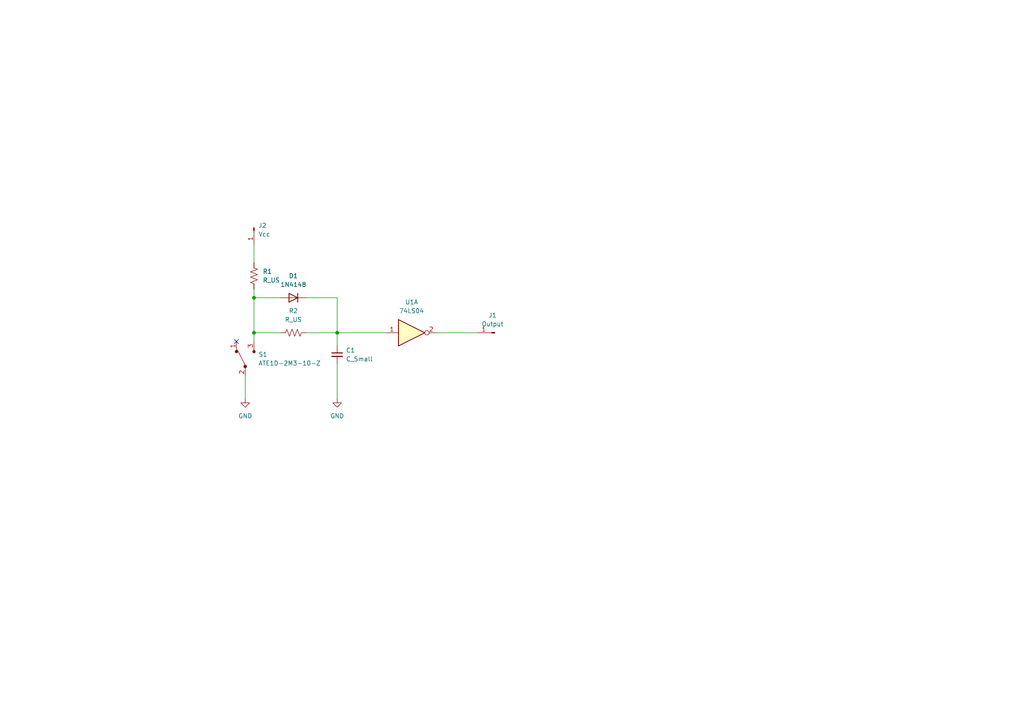
<source format=kicad_sch>
(kicad_sch (version 20230121) (generator eeschema)

  (uuid 32eeb97f-1843-4513-ad1a-d8b3bb53909d)

  (paper "A4")

  (lib_symbols
    (symbol "74xx:74LS04" (in_bom yes) (on_board yes)
      (property "Reference" "U" (at 0 1.27 0)
        (effects (font (size 1.27 1.27)))
      )
      (property "Value" "74LS04" (at 0 -1.27 0)
        (effects (font (size 1.27 1.27)))
      )
      (property "Footprint" "" (at 0 0 0)
        (effects (font (size 1.27 1.27)) hide)
      )
      (property "Datasheet" "http://www.ti.com/lit/gpn/sn74LS04" (at 0 0 0)
        (effects (font (size 1.27 1.27)) hide)
      )
      (property "ki_locked" "" (at 0 0 0)
        (effects (font (size 1.27 1.27)))
      )
      (property "ki_keywords" "TTL not inv" (at 0 0 0)
        (effects (font (size 1.27 1.27)) hide)
      )
      (property "ki_description" "Hex Inverter" (at 0 0 0)
        (effects (font (size 1.27 1.27)) hide)
      )
      (property "ki_fp_filters" "DIP*W7.62mm* SSOP?14* TSSOP?14*" (at 0 0 0)
        (effects (font (size 1.27 1.27)) hide)
      )
      (symbol "74LS04_1_0"
        (polyline
          (pts
            (xy -3.81 3.81)
            (xy -3.81 -3.81)
            (xy 3.81 0)
            (xy -3.81 3.81)
          )
          (stroke (width 0.254) (type default))
          (fill (type background))
        )
        (pin input line (at -7.62 0 0) (length 3.81)
          (name "~" (effects (font (size 1.27 1.27))))
          (number "1" (effects (font (size 1.27 1.27))))
        )
        (pin output inverted (at 7.62 0 180) (length 3.81)
          (name "~" (effects (font (size 1.27 1.27))))
          (number "2" (effects (font (size 1.27 1.27))))
        )
      )
      (symbol "74LS04_2_0"
        (polyline
          (pts
            (xy -3.81 3.81)
            (xy -3.81 -3.81)
            (xy 3.81 0)
            (xy -3.81 3.81)
          )
          (stroke (width 0.254) (type default))
          (fill (type background))
        )
        (pin input line (at -7.62 0 0) (length 3.81)
          (name "~" (effects (font (size 1.27 1.27))))
          (number "3" (effects (font (size 1.27 1.27))))
        )
        (pin output inverted (at 7.62 0 180) (length 3.81)
          (name "~" (effects (font (size 1.27 1.27))))
          (number "4" (effects (font (size 1.27 1.27))))
        )
      )
      (symbol "74LS04_3_0"
        (polyline
          (pts
            (xy -3.81 3.81)
            (xy -3.81 -3.81)
            (xy 3.81 0)
            (xy -3.81 3.81)
          )
          (stroke (width 0.254) (type default))
          (fill (type background))
        )
        (pin input line (at -7.62 0 0) (length 3.81)
          (name "~" (effects (font (size 1.27 1.27))))
          (number "5" (effects (font (size 1.27 1.27))))
        )
        (pin output inverted (at 7.62 0 180) (length 3.81)
          (name "~" (effects (font (size 1.27 1.27))))
          (number "6" (effects (font (size 1.27 1.27))))
        )
      )
      (symbol "74LS04_4_0"
        (polyline
          (pts
            (xy -3.81 3.81)
            (xy -3.81 -3.81)
            (xy 3.81 0)
            (xy -3.81 3.81)
          )
          (stroke (width 0.254) (type default))
          (fill (type background))
        )
        (pin output inverted (at 7.62 0 180) (length 3.81)
          (name "~" (effects (font (size 1.27 1.27))))
          (number "8" (effects (font (size 1.27 1.27))))
        )
        (pin input line (at -7.62 0 0) (length 3.81)
          (name "~" (effects (font (size 1.27 1.27))))
          (number "9" (effects (font (size 1.27 1.27))))
        )
      )
      (symbol "74LS04_5_0"
        (polyline
          (pts
            (xy -3.81 3.81)
            (xy -3.81 -3.81)
            (xy 3.81 0)
            (xy -3.81 3.81)
          )
          (stroke (width 0.254) (type default))
          (fill (type background))
        )
        (pin output inverted (at 7.62 0 180) (length 3.81)
          (name "~" (effects (font (size 1.27 1.27))))
          (number "10" (effects (font (size 1.27 1.27))))
        )
        (pin input line (at -7.62 0 0) (length 3.81)
          (name "~" (effects (font (size 1.27 1.27))))
          (number "11" (effects (font (size 1.27 1.27))))
        )
      )
      (symbol "74LS04_6_0"
        (polyline
          (pts
            (xy -3.81 3.81)
            (xy -3.81 -3.81)
            (xy 3.81 0)
            (xy -3.81 3.81)
          )
          (stroke (width 0.254) (type default))
          (fill (type background))
        )
        (pin output inverted (at 7.62 0 180) (length 3.81)
          (name "~" (effects (font (size 1.27 1.27))))
          (number "12" (effects (font (size 1.27 1.27))))
        )
        (pin input line (at -7.62 0 0) (length 3.81)
          (name "~" (effects (font (size 1.27 1.27))))
          (number "13" (effects (font (size 1.27 1.27))))
        )
      )
      (symbol "74LS04_7_0"
        (pin power_in line (at 0 12.7 270) (length 5.08)
          (name "VCC" (effects (font (size 1.27 1.27))))
          (number "14" (effects (font (size 1.27 1.27))))
        )
        (pin power_in line (at 0 -12.7 90) (length 5.08)
          (name "GND" (effects (font (size 1.27 1.27))))
          (number "7" (effects (font (size 1.27 1.27))))
        )
      )
      (symbol "74LS04_7_1"
        (rectangle (start -5.08 7.62) (end 5.08 -7.62)
          (stroke (width 0.254) (type default))
          (fill (type background))
        )
      )
    )
    (symbol "Connector:Conn_01x01_Pin" (pin_names (offset 1.016) hide) (in_bom yes) (on_board yes)
      (property "Reference" "J" (at 0 2.54 0)
        (effects (font (size 1.27 1.27)))
      )
      (property "Value" "Conn_01x01_Pin" (at 0 -2.54 0)
        (effects (font (size 1.27 1.27)))
      )
      (property "Footprint" "" (at 0 0 0)
        (effects (font (size 1.27 1.27)) hide)
      )
      (property "Datasheet" "~" (at 0 0 0)
        (effects (font (size 1.27 1.27)) hide)
      )
      (property "ki_locked" "" (at 0 0 0)
        (effects (font (size 1.27 1.27)))
      )
      (property "ki_keywords" "connector" (at 0 0 0)
        (effects (font (size 1.27 1.27)) hide)
      )
      (property "ki_description" "Generic connector, single row, 01x01, script generated" (at 0 0 0)
        (effects (font (size 1.27 1.27)) hide)
      )
      (property "ki_fp_filters" "Connector*:*_1x??_*" (at 0 0 0)
        (effects (font (size 1.27 1.27)) hide)
      )
      (symbol "Conn_01x01_Pin_1_1"
        (polyline
          (pts
            (xy 1.27 0)
            (xy 0.8636 0)
          )
          (stroke (width 0.1524) (type default))
          (fill (type none))
        )
        (rectangle (start 0.8636 0.127) (end 0 -0.127)
          (stroke (width 0.1524) (type default))
          (fill (type outline))
        )
        (pin passive line (at 5.08 0 180) (length 3.81)
          (name "Pin_1" (effects (font (size 1.27 1.27))))
          (number "1" (effects (font (size 1.27 1.27))))
        )
      )
    )
    (symbol "Device:C_Small" (pin_numbers hide) (pin_names (offset 0.254) hide) (in_bom yes) (on_board yes)
      (property "Reference" "C" (at 0.254 1.778 0)
        (effects (font (size 1.27 1.27)) (justify left))
      )
      (property "Value" "C_Small" (at 0.254 -2.032 0)
        (effects (font (size 1.27 1.27)) (justify left))
      )
      (property "Footprint" "" (at 0 0 0)
        (effects (font (size 1.27 1.27)) hide)
      )
      (property "Datasheet" "~" (at 0 0 0)
        (effects (font (size 1.27 1.27)) hide)
      )
      (property "ki_keywords" "capacitor cap" (at 0 0 0)
        (effects (font (size 1.27 1.27)) hide)
      )
      (property "ki_description" "Unpolarized capacitor, small symbol" (at 0 0 0)
        (effects (font (size 1.27 1.27)) hide)
      )
      (property "ki_fp_filters" "C_*" (at 0 0 0)
        (effects (font (size 1.27 1.27)) hide)
      )
      (symbol "C_Small_0_1"
        (polyline
          (pts
            (xy -1.524 -0.508)
            (xy 1.524 -0.508)
          )
          (stroke (width 0.3302) (type default))
          (fill (type none))
        )
        (polyline
          (pts
            (xy -1.524 0.508)
            (xy 1.524 0.508)
          )
          (stroke (width 0.3048) (type default))
          (fill (type none))
        )
      )
      (symbol "C_Small_1_1"
        (pin passive line (at 0 2.54 270) (length 2.032)
          (name "~" (effects (font (size 1.27 1.27))))
          (number "1" (effects (font (size 1.27 1.27))))
        )
        (pin passive line (at 0 -2.54 90) (length 2.032)
          (name "~" (effects (font (size 1.27 1.27))))
          (number "2" (effects (font (size 1.27 1.27))))
        )
      )
    )
    (symbol "Device:R_US" (pin_numbers hide) (pin_names (offset 0)) (in_bom yes) (on_board yes)
      (property "Reference" "R" (at 2.54 0 90)
        (effects (font (size 1.27 1.27)))
      )
      (property "Value" "R_US" (at -2.54 0 90)
        (effects (font (size 1.27 1.27)))
      )
      (property "Footprint" "" (at 1.016 -0.254 90)
        (effects (font (size 1.27 1.27)) hide)
      )
      (property "Datasheet" "~" (at 0 0 0)
        (effects (font (size 1.27 1.27)) hide)
      )
      (property "ki_keywords" "R res resistor" (at 0 0 0)
        (effects (font (size 1.27 1.27)) hide)
      )
      (property "ki_description" "Resistor, US symbol" (at 0 0 0)
        (effects (font (size 1.27 1.27)) hide)
      )
      (property "ki_fp_filters" "R_*" (at 0 0 0)
        (effects (font (size 1.27 1.27)) hide)
      )
      (symbol "R_US_0_1"
        (polyline
          (pts
            (xy 0 -2.286)
            (xy 0 -2.54)
          )
          (stroke (width 0) (type default))
          (fill (type none))
        )
        (polyline
          (pts
            (xy 0 2.286)
            (xy 0 2.54)
          )
          (stroke (width 0) (type default))
          (fill (type none))
        )
        (polyline
          (pts
            (xy 0 -0.762)
            (xy 1.016 -1.143)
            (xy 0 -1.524)
            (xy -1.016 -1.905)
            (xy 0 -2.286)
          )
          (stroke (width 0) (type default))
          (fill (type none))
        )
        (polyline
          (pts
            (xy 0 0.762)
            (xy 1.016 0.381)
            (xy 0 0)
            (xy -1.016 -0.381)
            (xy 0 -0.762)
          )
          (stroke (width 0) (type default))
          (fill (type none))
        )
        (polyline
          (pts
            (xy 0 2.286)
            (xy 1.016 1.905)
            (xy 0 1.524)
            (xy -1.016 1.143)
            (xy 0 0.762)
          )
          (stroke (width 0) (type default))
          (fill (type none))
        )
      )
      (symbol "R_US_1_1"
        (pin passive line (at 0 3.81 270) (length 1.27)
          (name "~" (effects (font (size 1.27 1.27))))
          (number "1" (effects (font (size 1.27 1.27))))
        )
        (pin passive line (at 0 -3.81 90) (length 1.27)
          (name "~" (effects (font (size 1.27 1.27))))
          (number "2" (effects (font (size 1.27 1.27))))
        )
      )
    )
    (symbol "Diode:1N4148" (pin_numbers hide) (pin_names hide) (in_bom yes) (on_board yes)
      (property "Reference" "D" (at 0 2.54 0)
        (effects (font (size 1.27 1.27)))
      )
      (property "Value" "1N4148" (at 0 -2.54 0)
        (effects (font (size 1.27 1.27)))
      )
      (property "Footprint" "Diode_THT:D_DO-35_SOD27_P7.62mm_Horizontal" (at 0 0 0)
        (effects (font (size 1.27 1.27)) hide)
      )
      (property "Datasheet" "https://assets.nexperia.com/documents/data-sheet/1N4148_1N4448.pdf" (at 0 0 0)
        (effects (font (size 1.27 1.27)) hide)
      )
      (property "Sim.Device" "D" (at 0 0 0)
        (effects (font (size 1.27 1.27)) hide)
      )
      (property "Sim.Pins" "1=K 2=A" (at 0 0 0)
        (effects (font (size 1.27 1.27)) hide)
      )
      (property "ki_keywords" "diode" (at 0 0 0)
        (effects (font (size 1.27 1.27)) hide)
      )
      (property "ki_description" "100V 0.15A standard switching diode, DO-35" (at 0 0 0)
        (effects (font (size 1.27 1.27)) hide)
      )
      (property "ki_fp_filters" "D*DO?35*" (at 0 0 0)
        (effects (font (size 1.27 1.27)) hide)
      )
      (symbol "1N4148_0_1"
        (polyline
          (pts
            (xy -1.27 1.27)
            (xy -1.27 -1.27)
          )
          (stroke (width 0.254) (type default))
          (fill (type none))
        )
        (polyline
          (pts
            (xy 1.27 0)
            (xy -1.27 0)
          )
          (stroke (width 0) (type default))
          (fill (type none))
        )
        (polyline
          (pts
            (xy 1.27 1.27)
            (xy 1.27 -1.27)
            (xy -1.27 0)
            (xy 1.27 1.27)
          )
          (stroke (width 0.254) (type default))
          (fill (type none))
        )
      )
      (symbol "1N4148_1_1"
        (pin passive line (at -3.81 0 0) (length 2.54)
          (name "K" (effects (font (size 1.27 1.27))))
          (number "1" (effects (font (size 1.27 1.27))))
        )
        (pin passive line (at 3.81 0 180) (length 2.54)
          (name "A" (effects (font (size 1.27 1.27))))
          (number "2" (effects (font (size 1.27 1.27))))
        )
      )
    )
    (symbol "dk_Toggle-Switches:ATE1D-2M3-10-Z" (pin_names (offset 0) hide) (in_bom yes) (on_board yes)
      (property "Reference" "S" (at -3.302 2.921 0)
        (effects (font (size 1.27 1.27)))
      )
      (property "Value" "ATE1D-2M3-10-Z" (at 0.127 -5.334 0)
        (effects (font (size 1.27 1.27)))
      )
      (property "Footprint" "digikey-footprints:Switch_Toggle_ATE1D-2M3-10-Z" (at 5.08 5.08 0)
        (effects (font (size 1.27 1.27)) (justify left) hide)
      )
      (property "Datasheet" "https://www.nidec-copal-electronics.com/e/catalog/switch/ate.pdf" (at 5.08 7.62 0)
        (effects (font (size 1.524 1.524)) (justify left) hide)
      )
      (property "Digi-Key_PN" "563-1157-ND" (at 5.08 10.16 0)
        (effects (font (size 1.524 1.524)) (justify left) hide)
      )
      (property "MPN" "ATE1D-2M3-10-Z" (at 5.08 12.7 0)
        (effects (font (size 1.524 1.524)) (justify left) hide)
      )
      (property "Category" "Switches" (at 5.08 15.24 0)
        (effects (font (size 1.524 1.524)) (justify left) hide)
      )
      (property "Family" "Toggle Switches" (at 5.08 17.78 0)
        (effects (font (size 1.524 1.524)) (justify left) hide)
      )
      (property "DK_Datasheet_Link" "https://www.nidec-copal-electronics.com/e/catalog/switch/ate.pdf" (at 5.08 20.32 0)
        (effects (font (size 1.524 1.524)) (justify left) hide)
      )
      (property "DK_Detail_Page" "/product-detail/en/nidec-copal-electronics/ATE1D-2M3-10-Z/563-1157-ND/1792018" (at 5.08 22.86 0)
        (effects (font (size 1.524 1.524)) (justify left) hide)
      )
      (property "Description" "SWITCH TOGGLE SPDT 50MA 48V" (at 5.08 25.4 0)
        (effects (font (size 1.524 1.524)) (justify left) hide)
      )
      (property "Manufacturer" "Nidec Copal Electronics" (at 5.08 27.94 0)
        (effects (font (size 1.524 1.524)) (justify left) hide)
      )
      (property "Status" "Active" (at 5.08 30.48 0)
        (effects (font (size 1.524 1.524)) (justify left) hide)
      )
      (property "ki_keywords" "563-1157-ND ATE" (at 0 0 0)
        (effects (font (size 1.27 1.27)) hide)
      )
      (property "ki_description" "SWITCH TOGGLE SPDT 50MA 48V" (at 0 0 0)
        (effects (font (size 1.27 1.27)) hide)
      )
      (symbol "ATE1D-2M3-10-Z_0_1"
        (circle (center -2.159 0) (radius 0.4064)
          (stroke (width 0) (type solid))
          (fill (type outline))
        )
        (polyline
          (pts
            (xy 2.667 2.286)
            (xy -1.778 0)
          )
          (stroke (width 0) (type solid))
          (fill (type none))
        )
        (circle (center 2.159 -2.54) (radius 0.381)
          (stroke (width 0) (type solid))
          (fill (type outline))
        )
        (circle (center 2.159 2.54) (radius 0.381)
          (stroke (width 0) (type solid))
          (fill (type outline))
        )
      )
      (symbol "ATE1D-2M3-10-Z_1_1"
        (pin passive line (at 5.08 2.54 180) (length 2.54)
          (name "~" (effects (font (size 1.27 1.27))))
          (number "1" (effects (font (size 1.27 1.27))))
        )
        (pin passive line (at -5.08 0 0) (length 2.54)
          (name "Com" (effects (font (size 1.27 1.27))))
          (number "2" (effects (font (size 1.27 1.27))))
        )
        (pin passive line (at 5.08 -2.54 180) (length 2.54)
          (name "~" (effects (font (size 1.27 1.27))))
          (number "3" (effects (font (size 1.27 1.27))))
        )
      )
    )
    (symbol "power:GND" (power) (pin_names (offset 0)) (in_bom yes) (on_board yes)
      (property "Reference" "#PWR" (at 0 -6.35 0)
        (effects (font (size 1.27 1.27)) hide)
      )
      (property "Value" "GND" (at 0 -3.81 0)
        (effects (font (size 1.27 1.27)))
      )
      (property "Footprint" "" (at 0 0 0)
        (effects (font (size 1.27 1.27)) hide)
      )
      (property "Datasheet" "" (at 0 0 0)
        (effects (font (size 1.27 1.27)) hide)
      )
      (property "ki_keywords" "global power" (at 0 0 0)
        (effects (font (size 1.27 1.27)) hide)
      )
      (property "ki_description" "Power symbol creates a global label with name \"GND\" , ground" (at 0 0 0)
        (effects (font (size 1.27 1.27)) hide)
      )
      (symbol "GND_0_1"
        (polyline
          (pts
            (xy 0 0)
            (xy 0 -1.27)
            (xy 1.27 -1.27)
            (xy 0 -2.54)
            (xy -1.27 -1.27)
            (xy 0 -1.27)
          )
          (stroke (width 0) (type default))
          (fill (type none))
        )
      )
      (symbol "GND_1_1"
        (pin power_in line (at 0 0 270) (length 0) hide
          (name "GND" (effects (font (size 1.27 1.27))))
          (number "1" (effects (font (size 1.27 1.27))))
        )
      )
    )
  )

  (junction (at 73.66 96.52) (diameter 0) (color 0 0 0 0)
    (uuid 0c74e71a-6f3e-4bcb-bf7c-b1fc56cf1026)
  )
  (junction (at 73.66 86.36) (diameter 0) (color 0 0 0 0)
    (uuid 183d7e94-8e89-4103-98b5-6508b2a55dd5)
  )
  (junction (at 97.79 96.52) (diameter 0) (color 0 0 0 0)
    (uuid 79703bd2-3ea6-49c7-b9af-5f4f692fd263)
  )

  (no_connect (at 68.58 99.06) (uuid ae8aaeb0-c86a-4f9c-a1be-4f4b07764799))

  (wire (pts (xy 73.66 86.36) (xy 81.28 86.36))
    (stroke (width 0) (type default))
    (uuid 0607949c-f6d8-403f-8b94-e47302685f5a)
  )
  (wire (pts (xy 97.79 96.52) (xy 111.76 96.52))
    (stroke (width 0) (type default))
    (uuid 1901dc4c-3d53-4c81-bfc3-34d2423b7639)
  )
  (wire (pts (xy 71.12 109.22) (xy 71.12 115.57))
    (stroke (width 0) (type default))
    (uuid 1d6e1828-e93a-41ea-9fad-ff1eafd16ab0)
  )
  (wire (pts (xy 97.79 96.52) (xy 97.79 100.33))
    (stroke (width 0) (type default))
    (uuid 2ea67700-894a-43cc-9cf2-9958afd7bef9)
  )
  (wire (pts (xy 73.66 83.82) (xy 73.66 86.36))
    (stroke (width 0) (type default))
    (uuid 56d701dd-e00f-4df4-98f0-891e0660278f)
  )
  (wire (pts (xy 73.66 96.52) (xy 81.28 96.52))
    (stroke (width 0) (type default))
    (uuid 81f912c9-b01d-408d-b5e9-5dfdf453063e)
  )
  (wire (pts (xy 97.79 105.41) (xy 97.79 115.57))
    (stroke (width 0) (type default))
    (uuid 82048305-6e35-4f28-8b69-6da939172e65)
  )
  (wire (pts (xy 73.66 96.52) (xy 73.66 99.06))
    (stroke (width 0) (type default))
    (uuid 8700c7bf-9812-404a-859e-593ab6e26721)
  )
  (wire (pts (xy 88.9 86.36) (xy 97.79 86.36))
    (stroke (width 0) (type default))
    (uuid b1974134-5577-4ef7-ba4d-4781ae08e1f5)
  )
  (wire (pts (xy 73.66 71.12) (xy 73.66 76.2))
    (stroke (width 0) (type default))
    (uuid c84b77f1-7484-4e93-b9e4-eec2bfcc681c)
  )
  (wire (pts (xy 88.9 96.52) (xy 97.79 96.52))
    (stroke (width 0) (type default))
    (uuid ceaa1f9a-5299-420c-b1c2-63f0d6f65437)
  )
  (wire (pts (xy 97.79 86.36) (xy 97.79 96.52))
    (stroke (width 0) (type default))
    (uuid ef584227-a9e8-4306-bfdb-981201c8a983)
  )
  (wire (pts (xy 73.66 86.36) (xy 73.66 96.52))
    (stroke (width 0) (type default))
    (uuid f756e7a5-0ef2-4347-a768-a9be7db352fc)
  )
  (wire (pts (xy 127 96.52) (xy 138.43 96.52))
    (stroke (width 0) (type default))
    (uuid fd613f4f-54ad-4e66-9273-e29fa00d5a92)
  )

  (symbol (lib_id "Device:C_Small") (at 97.79 102.87 0) (unit 1)
    (in_bom yes) (on_board yes) (dnp no) (fields_autoplaced)
    (uuid 01f1b24f-d929-4680-9527-466ead9a5b5a)
    (property "Reference" "C1" (at 100.33 101.6063 0)
      (effects (font (size 1.27 1.27)) (justify left))
    )
    (property "Value" "C_Small" (at 100.33 104.1463 0)
      (effects (font (size 1.27 1.27)) (justify left))
    )
    (property "Footprint" "Userlib:Capacitor_4mm_diam_.6mm_pin" (at 97.79 102.87 0)
      (effects (font (size 1.27 1.27)) hide)
    )
    (property "Datasheet" "~" (at 97.79 102.87 0)
      (effects (font (size 1.27 1.27)) hide)
    )
    (pin "1" (uuid b60d969f-f63f-415c-8577-174bc381d6be))
    (pin "2" (uuid 6c5105b6-c44d-446a-b716-4af8b326838f))
    (instances
      (project "Switch Debounce"
        (path "/32eeb97f-1843-4513-ad1a-d8b3bb53909d"
          (reference "C1") (unit 1)
        )
      )
    )
  )

  (symbol (lib_id "dk_Toggle-Switches:ATE1D-2M3-10-Z") (at 71.12 104.14 90) (unit 1)
    (in_bom yes) (on_board yes) (dnp no) (fields_autoplaced)
    (uuid 22addde1-2fc3-432b-bec1-c1e2dd155fa5)
    (property "Reference" "S1" (at 74.93 102.8192 90)
      (effects (font (size 1.27 1.27)) (justify right))
    )
    (property "Value" "ATE1D-2M3-10-Z" (at 74.93 105.3592 90)
      (effects (font (size 1.27 1.27)) (justify right))
    )
    (property "Footprint" "digikey-footprints:Switch_Toggle_ATE1D-2M3-10-Z" (at 66.04 99.06 0)
      (effects (font (size 1.27 1.27)) (justify left) hide)
    )
    (property "Datasheet" "https://www.nidec-copal-electronics.com/e/catalog/switch/ate.pdf" (at 63.5 99.06 0)
      (effects (font (size 1.524 1.524)) (justify left) hide)
    )
    (property "Digi-Key_PN" "563-1157-ND" (at 60.96 99.06 0)
      (effects (font (size 1.524 1.524)) (justify left) hide)
    )
    (property "MPN" "ATE1D-2M3-10-Z" (at 58.42 99.06 0)
      (effects (font (size 1.524 1.524)) (justify left) hide)
    )
    (property "Category" "Switches" (at 55.88 99.06 0)
      (effects (font (size 1.524 1.524)) (justify left) hide)
    )
    (property "Family" "Toggle Switches" (at 53.34 99.06 0)
      (effects (font (size 1.524 1.524)) (justify left) hide)
    )
    (property "DK_Datasheet_Link" "https://www.nidec-copal-electronics.com/e/catalog/switch/ate.pdf" (at 50.8 99.06 0)
      (effects (font (size 1.524 1.524)) (justify left) hide)
    )
    (property "DK_Detail_Page" "/product-detail/en/nidec-copal-electronics/ATE1D-2M3-10-Z/563-1157-ND/1792018" (at 48.26 99.06 0)
      (effects (font (size 1.524 1.524)) (justify left) hide)
    )
    (property "Description" "SWITCH TOGGLE SPDT 50MA 48V" (at 45.72 99.06 0)
      (effects (font (size 1.524 1.524)) (justify left) hide)
    )
    (property "Manufacturer" "Nidec Copal Electronics" (at 43.18 99.06 0)
      (effects (font (size 1.524 1.524)) (justify left) hide)
    )
    (property "Status" "Active" (at 40.64 99.06 0)
      (effects (font (size 1.524 1.524)) (justify left) hide)
    )
    (pin "1" (uuid 38fa73fa-1826-4f8d-865c-4de4ce6153bb))
    (pin "2" (uuid 15f790ec-47b0-40fb-8cad-17f80c25aa74))
    (pin "3" (uuid dd17cf1a-5279-4110-8a37-73e731278139))
    (instances
      (project "Switch Debounce"
        (path "/32eeb97f-1843-4513-ad1a-d8b3bb53909d"
          (reference "S1") (unit 1)
        )
      )
    )
  )

  (symbol (lib_id "Connector:Conn_01x01_Pin") (at 143.51 96.52 180) (unit 1)
    (in_bom yes) (on_board yes) (dnp no) (fields_autoplaced)
    (uuid 2b6a22e1-def7-4c21-aa88-285f29b788ff)
    (property "Reference" "J1" (at 142.875 91.44 0)
      (effects (font (size 1.27 1.27)))
    )
    (property "Value" "Output" (at 142.875 93.98 0)
      (effects (font (size 1.27 1.27)))
    )
    (property "Footprint" "Userlib:Wire Hole" (at 143.51 96.52 0)
      (effects (font (size 1.27 1.27)) hide)
    )
    (property "Datasheet" "~" (at 143.51 96.52 0)
      (effects (font (size 1.27 1.27)) hide)
    )
    (pin "1" (uuid 5b496100-c571-4e2a-96a5-fc4f1bb39875))
    (instances
      (project "Switch Debounce"
        (path "/32eeb97f-1843-4513-ad1a-d8b3bb53909d"
          (reference "J1") (unit 1)
        )
      )
    )
  )

  (symbol (lib_id "Device:R_US") (at 85.09 96.52 90) (unit 1)
    (in_bom yes) (on_board yes) (dnp no) (fields_autoplaced)
    (uuid 37756631-4770-4627-b5bd-0826cb9f6f72)
    (property "Reference" "R2" (at 85.09 90.17 90)
      (effects (font (size 1.27 1.27)))
    )
    (property "Value" "R_US" (at 85.09 92.71 90)
      (effects (font (size 1.27 1.27)))
    )
    (property "Footprint" "Userlib:R_1watt" (at 85.344 95.504 90)
      (effects (font (size 1.27 1.27)) hide)
    )
    (property "Datasheet" "~" (at 85.09 96.52 0)
      (effects (font (size 1.27 1.27)) hide)
    )
    (pin "1" (uuid 4a4e5b4a-20b3-460c-9d1f-3261684b8499))
    (pin "2" (uuid 4fabac1c-bdc4-460a-97b9-8fddb1924770))
    (instances
      (project "Switch Debounce"
        (path "/32eeb97f-1843-4513-ad1a-d8b3bb53909d"
          (reference "R2") (unit 1)
        )
      )
    )
  )

  (symbol (lib_id "Device:R_US") (at 73.66 80.01 0) (unit 1)
    (in_bom yes) (on_board yes) (dnp no) (fields_autoplaced)
    (uuid 45e00105-92b7-4816-a3ca-c63ec2506ff0)
    (property "Reference" "R1" (at 76.2 78.74 0)
      (effects (font (size 1.27 1.27)) (justify left))
    )
    (property "Value" "R_US" (at 76.2 81.28 0)
      (effects (font (size 1.27 1.27)) (justify left))
    )
    (property "Footprint" "Userlib:R_1watt" (at 74.676 80.264 90)
      (effects (font (size 1.27 1.27)) hide)
    )
    (property "Datasheet" "~" (at 73.66 80.01 0)
      (effects (font (size 1.27 1.27)) hide)
    )
    (pin "1" (uuid d1d5b61f-2e73-475d-96c5-d2e56032260b))
    (pin "2" (uuid cca312f3-166d-4805-96ca-bf5c450744c1))
    (instances
      (project "Switch Debounce"
        (path "/32eeb97f-1843-4513-ad1a-d8b3bb53909d"
          (reference "R1") (unit 1)
        )
      )
    )
  )

  (symbol (lib_id "Connector:Conn_01x01_Pin") (at 73.66 66.04 270) (unit 1)
    (in_bom yes) (on_board yes) (dnp no) (fields_autoplaced)
    (uuid 4a36bf58-077b-4e5e-8ef0-f07b20c35195)
    (property "Reference" "J2" (at 74.93 65.405 90)
      (effects (font (size 1.27 1.27)) (justify left))
    )
    (property "Value" "Vcc" (at 74.93 67.945 90)
      (effects (font (size 1.27 1.27)) (justify left))
    )
    (property "Footprint" "Userlib:Wire Hole" (at 73.66 66.04 0)
      (effects (font (size 1.27 1.27)) hide)
    )
    (property "Datasheet" "~" (at 73.66 66.04 0)
      (effects (font (size 1.27 1.27)) hide)
    )
    (pin "1" (uuid 593564f1-687f-4432-acad-2b35e29e1421))
    (instances
      (project "Switch Debounce"
        (path "/32eeb97f-1843-4513-ad1a-d8b3bb53909d"
          (reference "J2") (unit 1)
        )
      )
    )
  )

  (symbol (lib_id "power:GND") (at 71.12 115.57 0) (unit 1)
    (in_bom yes) (on_board yes) (dnp no) (fields_autoplaced)
    (uuid 68b46fe8-bc58-4c9e-aac6-55298436a621)
    (property "Reference" "#PWR01" (at 71.12 121.92 0)
      (effects (font (size 1.27 1.27)) hide)
    )
    (property "Value" "GND" (at 71.12 120.65 0)
      (effects (font (size 1.27 1.27)))
    )
    (property "Footprint" "" (at 71.12 115.57 0)
      (effects (font (size 1.27 1.27)) hide)
    )
    (property "Datasheet" "" (at 71.12 115.57 0)
      (effects (font (size 1.27 1.27)) hide)
    )
    (pin "1" (uuid 5810f857-e8b3-4b02-8ceb-ac8bed154389))
    (instances
      (project "Switch Debounce"
        (path "/32eeb97f-1843-4513-ad1a-d8b3bb53909d"
          (reference "#PWR01") (unit 1)
        )
      )
    )
  )

  (symbol (lib_id "power:GND") (at 97.79 115.57 0) (unit 1)
    (in_bom yes) (on_board yes) (dnp no) (fields_autoplaced)
    (uuid a5b9228a-a2ef-475d-ba5c-7a24ee213de8)
    (property "Reference" "#PWR02" (at 97.79 121.92 0)
      (effects (font (size 1.27 1.27)) hide)
    )
    (property "Value" "GND" (at 97.79 120.65 0)
      (effects (font (size 1.27 1.27)))
    )
    (property "Footprint" "" (at 97.79 115.57 0)
      (effects (font (size 1.27 1.27)) hide)
    )
    (property "Datasheet" "" (at 97.79 115.57 0)
      (effects (font (size 1.27 1.27)) hide)
    )
    (pin "1" (uuid 1ece42f5-73de-4ef7-b9d2-a65fae9a2b5e))
    (instances
      (project "Switch Debounce"
        (path "/32eeb97f-1843-4513-ad1a-d8b3bb53909d"
          (reference "#PWR02") (unit 1)
        )
      )
    )
  )

  (symbol (lib_id "Diode:1N4148") (at 85.09 86.36 180) (unit 1)
    (in_bom yes) (on_board yes) (dnp no) (fields_autoplaced)
    (uuid a6a41bae-2312-45a8-999f-e09b9ff40ea1)
    (property "Reference" "D1" (at 85.09 80.01 0)
      (effects (font (size 1.27 1.27)))
    )
    (property "Value" "1N4148" (at 85.09 82.55 0)
      (effects (font (size 1.27 1.27)))
    )
    (property "Footprint" "Diode_THT:D_DO-35_SOD27_P7.62mm_Horizontal" (at 85.09 86.36 0)
      (effects (font (size 1.27 1.27)) hide)
    )
    (property "Datasheet" "https://assets.nexperia.com/documents/data-sheet/1N4148_1N4448.pdf" (at 85.09 86.36 0)
      (effects (font (size 1.27 1.27)) hide)
    )
    (property "Sim.Device" "D" (at 85.09 86.36 0)
      (effects (font (size 1.27 1.27)) hide)
    )
    (property "Sim.Pins" "1=K 2=A" (at 85.09 86.36 0)
      (effects (font (size 1.27 1.27)) hide)
    )
    (pin "1" (uuid 86f19bf1-ce5d-4978-843d-6ed178af377b))
    (pin "2" (uuid 603abf97-03da-4eb3-9bf7-f093545c6460))
    (instances
      (project "Switch Debounce"
        (path "/32eeb97f-1843-4513-ad1a-d8b3bb53909d"
          (reference "D1") (unit 1)
        )
      )
    )
  )

  (symbol (lib_id "74xx:74LS04") (at 119.38 96.52 0) (unit 1)
    (in_bom yes) (on_board yes) (dnp no) (fields_autoplaced)
    (uuid f6d8df2c-9d5b-49fe-8518-e0336ca6d71f)
    (property "Reference" "U1" (at 119.38 87.63 0)
      (effects (font (size 1.27 1.27)))
    )
    (property "Value" "74LS04" (at 119.38 90.17 0)
      (effects (font (size 1.27 1.27)))
    )
    (property "Footprint" "Package_DIP:DIP-14_W7.62mm" (at 119.38 96.52 0)
      (effects (font (size 1.27 1.27)) hide)
    )
    (property "Datasheet" "http://www.ti.com/lit/gpn/sn74LS04" (at 119.38 96.52 0)
      (effects (font (size 1.27 1.27)) hide)
    )
    (pin "1" (uuid a9a4c5a6-7c7c-458b-97c7-8fc9494ba33e))
    (pin "2" (uuid 8b9c50f2-41fd-4678-b6d4-7b9f78b4f5fa))
    (pin "3" (uuid 18108195-b902-40e4-be4f-056f1d40e298))
    (pin "4" (uuid a0f98552-e71e-49fb-94f5-8a5a30cd7f8d))
    (pin "5" (uuid 55c48ed9-112e-4b77-bc40-440a6b0a28f5))
    (pin "6" (uuid 3fb85074-a110-45d7-9328-0917eb70c20c))
    (pin "8" (uuid f8dd78aa-03c6-494e-ae49-1bc2adbff007))
    (pin "9" (uuid 68ef2153-8f5e-4c26-912b-d688470b7bd9))
    (pin "10" (uuid 65c618c9-9471-46b4-b8e1-52dfb391f037))
    (pin "11" (uuid 60addfb6-2d41-489f-9552-a9f54bb9f5fe))
    (pin "12" (uuid 9d225ac3-6a6c-45e0-b04f-6b35e74f7722))
    (pin "13" (uuid ca3c60df-9f35-48d8-9d11-e1456ff4f040))
    (pin "14" (uuid 764f4927-dcda-450b-88d1-0ce258970976))
    (pin "7" (uuid f9d4480a-703e-43a3-80e5-98724b1935b0))
    (instances
      (project "Switch Debounce"
        (path "/32eeb97f-1843-4513-ad1a-d8b3bb53909d"
          (reference "U1") (unit 1)
        )
      )
    )
  )

  (sheet_instances
    (path "/" (page "1"))
  )
)

</source>
